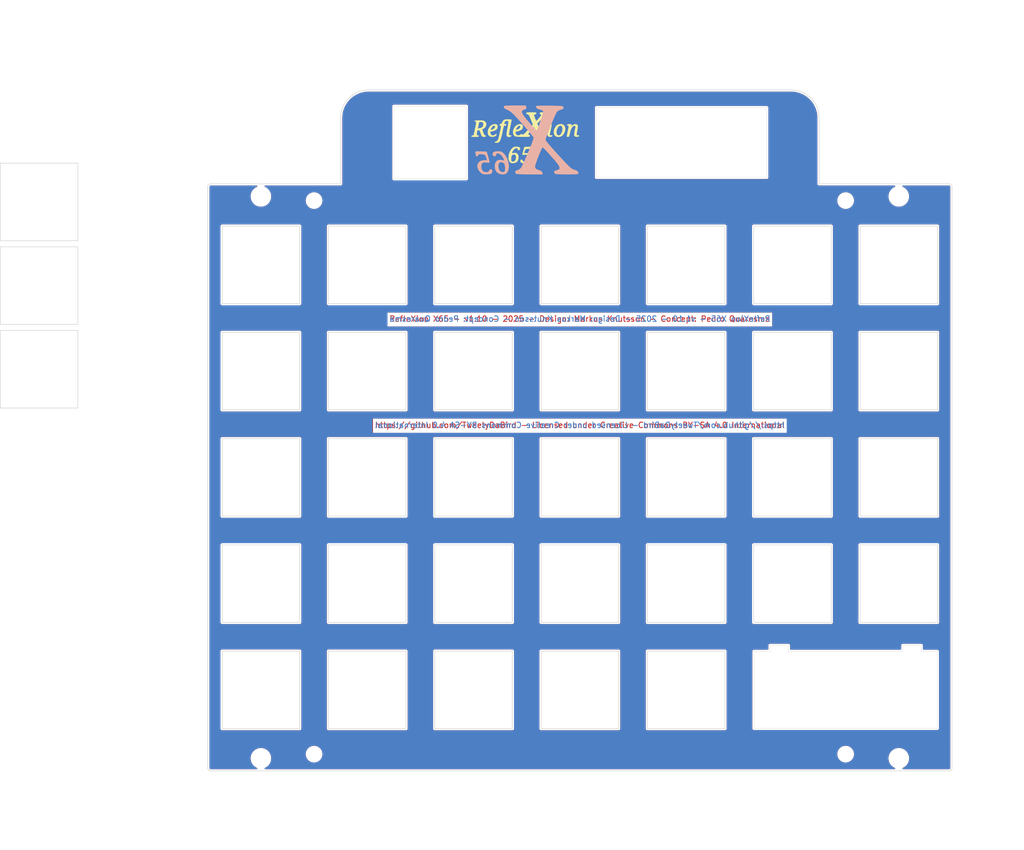
<source format=kicad_pcb>
(kicad_pcb (version 20241229) (generator "pcbnew") (generator_version "9.0")
  (title_block (title "RefleXion X65 - Full Plate") (date "2024-02-06") (rev "1.10") (company "Tweety's Wild Thinking") (comment 1 "Design: Markus Knutsson <markus.knutsson@tweety.se>") (comment 2 "Concept: Pedro Quaresma <pq@live.ie>") (comment 3 "https://github.com/TweetyDaBird") (comment 4 "Licensed under Creative Commons BY-SA 4.0 International"))
  (layers (0 "F.Cu" signal) (2 "B.Cu" signal) (13 "F.Paste" user) (15 "B.Paste" user) (5 "F.SilkS" user "F.Silkscreen") (7 "B.SilkS" user "B.Silkscreen") (1 "F.Mask" user) (3 "B.Mask" user) (25 "Edge.Cuts" user))
  (net 0 "")
  (footprint "Keyboard_Plate:Spacer Plate hole" (layer "F.Cu") (at 158.515 35.965)
    (property "Reference" "H3" (hide yes))
    (property "Value" "Spacer_PCB" (hide yes))
    (pad "" np_thru_hole circle (at 0 0) (size 2.5 2.5) (drill 2.5) (layers "*.Cu" "*.Mask"))
  )
  (footprint "Keyboard_Plate:SW_MX_Plate_Placeholder_nodrill_NOBORDER_13,9" (layer "F.Cu") (at 129.94 123.69)
    (property "Reference" "SW33" (hide yes))
    (property "Value" "SW_Push" (hide yes))
    (fp_line (start -6.95 -6.95) (end -6.95 6.95) (stroke (width 0.1)) (layer "Edge.Cuts"))
    (fp_line (start -6.95 6.95) (end 6.95 6.95) (stroke (width 0.1)) (layer "Edge.Cuts"))
    (fp_line (start 6.95 -6.95) (end -6.95 -6.95) (stroke (width 0.1)) (layer "Edge.Cuts"))
    (fp_line (start 6.95 6.95) (end 6.95 -6.95) (stroke (width 0.1)) (layer "Edge.Cuts"))
  )
  (footprint "MountingHole:MountingHole_3.2mm_M3" (layer "F.Cu") (at 53.74 135.965)
    (property "Reference" "H8" (hide yes))
    (property "Value" "MountingHole")
    (pad "" np_thru_hole circle (at 0 0) (size 3.2 3.2) (drill 3.2) (layers "*.Cu" "*.Mask"))
  )
  (footprint "Keyboard_Plate:SW_MX_Plate_Placeholder_nodrill_NOBORDER_13,9" (layer "F.Cu") (at 110.89 66.54)
    (property "Reference" "SW11" (hide yes))
    (property "Value" "SW_Push" (hide yes))
    (fp_line (start -6.95 -6.95) (end -6.95 6.95) (stroke (width 0.1)) (layer "Edge.Cuts"))
    (fp_line (start -6.95 6.95) (end 6.95 6.95) (stroke (width 0.1)) (layer "Edge.Cuts"))
    (fp_line (start 6.95 -6.95) (end -6.95 -6.95) (stroke (width 0.1)) (layer "Edge.Cuts"))
    (fp_line (start 6.95 6.95) (end 6.95 -6.95) (stroke (width 0.1)) (layer "Edge.Cuts"))
  )
  (footprint "Keyboard_Plate:SW_MX_Plate_Placeholder_nodrill_NOBORDER_13,9" (layer "F.Cu") (at 72.79 123.69)
    (property "Reference" "SW30" (hide yes))
    (property "Value" "SW_Push" (hide yes))
    (fp_line (start -6.95 -6.95) (end -6.95 6.95) (stroke (width 0.1)) (layer "Edge.Cuts"))
    (fp_line (start -6.95 6.95) (end 6.95 6.95) (stroke (width 0.1)) (layer "Edge.Cuts"))
    (fp_line (start 6.95 -6.95) (end -6.95 -6.95) (stroke (width 0.1)) (layer "Edge.Cuts"))
    (fp_line (start 6.95 6.95) (end 6.95 -6.95) (stroke (width 0.1)) (layer "Edge.Cuts"))
  )
  (footprint "Keyboard_Plate:SW_MX_Plate_Placeholder_nodrill_NOBORDER_13,9" (layer "F.Cu") (at 110.89 123.69)
    (property "Reference" "SW32" (hide yes))
    (property "Value" "SW_Push" (hide yes))
    (fp_line (start -6.95 -6.95) (end -6.95 6.95) (stroke (width 0.1)) (layer "Edge.Cuts"))
    (fp_line (start -6.95 6.95) (end 6.95 6.95) (stroke (width 0.1)) (layer "Edge.Cuts"))
    (fp_line (start 6.95 -6.95) (end -6.95 -6.95) (stroke (width 0.1)) (layer "Edge.Cuts"))
    (fp_line (start 6.95 6.95) (end 6.95 -6.95) (stroke (width 0.1)) (layer "Edge.Cuts"))
  )
  (footprint "Keyboard_Plate:SW_MX_Plate_Placeholder_nodrill_NOBORDER_13,9" (layer "F.Cu") (at 13.986736 51.203969)
    (property "Reference" "SW35" (hide yes))
    (property "Value" "SW_Push" (hide yes))
    (fp_line (start -6.95 -6.95) (end -6.95 6.95) (stroke (width 0.1)) (layer "Edge.Cuts"))
    (fp_line (start -6.95 6.95) (end 6.95 6.95) (stroke (width 0.1)) (layer "Edge.Cuts"))
    (fp_line (start 6.95 -6.95) (end -6.95 -6.95) (stroke (width 0.1)) (layer "Edge.Cuts"))
    (fp_line (start 6.95 6.95) (end 6.95 -6.95) (stroke (width 0.1)) (layer "Edge.Cuts"))
  )
  (footprint "Keyboard_Plate:SW_MX_Plate_Placeholder_nodrill_NOBORDER_13,9" (layer "F.Cu") (at 13.986736 66.203969)
    (property "Reference" "SW36" (hide yes))
    (property "Value" "SW_Push" (hide yes))
    (fp_line (start -6.95 -6.95) (end -6.95 6.95) (stroke (width 0.1)) (layer "Edge.Cuts"))
    (fp_line (start -6.95 6.95) (end 6.95 6.95) (stroke (width 0.1)) (layer "Edge.Cuts"))
    (fp_line (start 6.95 -6.95) (end -6.95 -6.95) (stroke (width 0.1)) (layer "Edge.Cuts"))
    (fp_line (start 6.95 6.95) (end 6.95 -6.95) (stroke (width 0.1)) (layer "Edge.Cuts"))
  )
  (footprint "Keyboard_Plate:SW_MX_Plate_Placeholder_nodrill_NOBORDER_13,9" (layer "F.Cu") (at 91.84 47.49)
    (property "Reference" "SW3" (hide yes))
    (property "Value" "SW_Push" (hide yes))
    (fp_line (start -6.95 -6.95) (end -6.95 6.95) (stroke (width 0.1)) (layer "Edge.Cuts"))
    (fp_line (start -6.95 6.95) (end 6.95 6.95) (stroke (width 0.1)) (layer "Edge.Cuts"))
    (fp_line (start 6.95 -6.95) (end -6.95 -6.95) (stroke (width 0.1)) (layer "Edge.Cuts"))
    (fp_line (start 6.95 6.95) (end 6.95 -6.95) (stroke (width 0.1)) (layer "Edge.Cuts"))
  )
  (footprint "Keyboard_Plate:Spacer Plate hole" (layer "F.Cu") (at 158.515 135.215)
    (property "Reference" "H4" (hide yes))
    (property "Value" "Spacer_PCB" (hide yes))
    (pad "" np_thru_hole circle (at 0 0) (size 2.5 2.5) (drill 2.5) (layers "*.Cu" "*.Mask"))
  )
  (footprint "Keyboard_Plate:SW_MX_Plate_Placeholder_nodrill_NOBORDER_13,9" (layer "F.Cu") (at 148.99 104.64)
    (property "Reference" "SW27" (hide yes))
    (property "Value" "SW_Push" (hide yes))
    (fp_line (start -6.95 -6.95) (end -6.95 6.95) (stroke (width 0.1)) (layer "Edge.Cuts"))
    (fp_line (start -6.95 6.95) (end 6.95 6.95) (stroke (width 0.1)) (layer "Edge.Cuts"))
    (fp_line (start 6.95 -6.95) (end -6.95 -6.95) (stroke (width 0.1)) (layer "Edge.Cuts"))
    (fp_line (start 6.95 6.95) (end 6.95 -6.95) (stroke (width 0.1)) (layer "Edge.Cuts"))
  )
  (footprint "Keyboard_Plate:SW_MX_Plate_Placeholder_nodrill_NOBORDER_13,9" (layer "F.Cu") (at 91.84 123.69)
    (property "Reference" "SW31" (hide yes))
    (property "Value" "SW_Push" (hide yes))
    (fp_line (start -6.95 -6.95) (end -6.95 6.95) (stroke (width 0.1)) (layer "Edge.Cuts"))
    (fp_line (start -6.95 6.95) (end 6.95 6.95) (stroke (width 0.1)) (layer "Edge.Cuts"))
    (fp_line (start 6.95 -6.95) (end -6.95 -6.95) (stroke (width 0.1)) (layer "Edge.Cuts"))
    (fp_line (start 6.95 6.95) (end 6.95 -6.95) (stroke (width 0.1)) (layer "Edge.Cuts"))
  )
  (footprint "Keyboard_Plate:SW_MX_Plate_Placeholder_nodrill_NOBORDER_13,9" (layer "F.Cu") (at 148.99 66.54)
    (property "Reference" "SW13" (hide yes))
    (property "Value" "SW_Push" (hide yes))
    (fp_line (start -6.95 -6.95) (end -6.95 6.95) (stroke (width 0.1)) (layer "Edge.Cuts"))
    (fp_line (start -6.95 6.95) (end 6.95 6.95) (stroke (width 0.1)) (layer "Edge.Cuts"))
    (fp_line (start 6.95 -6.95) (end -6.95 -6.95) (stroke (width 0.1)) (layer "Edge.Cuts"))
    (fp_line (start 6.95 6.95) (end 6.95 -6.95) (stroke (width 0.1)) (layer "Edge.Cuts"))
  )
  (footprint "Keyboard_Plate:SW_MX_Plate_Placeholder_nodrill_NOBORDER_13,9" (layer "F.Cu") (at 53.74 66.54)
    (property "Reference" "SW8" (hide yes))
    (property "Value" "SW_Push" (hide yes))
    (fp_line (start -6.95 -6.95) (end -6.95 6.95) (stroke (width 0.1)) (layer "Edge.Cuts"))
    (fp_line (start -6.95 6.95) (end 6.95 6.95) (stroke (width 0.1)) (layer "Edge.Cuts"))
    (fp_line (start 6.95 -6.95) (end -6.95 -6.95) (stroke (width 0.1)) (layer "Edge.Cuts"))
    (fp_line (start 6.95 6.95) (end 6.95 -6.95) (stroke (width 0.1)) (layer "Edge.Cuts"))
  )
  (footprint "Keyboard_Plate:SW_MX_Plate_Placeholder_nodrill_NOBORDER_13,9" (layer "F.Cu") (at 72.79 66.54)
    (property "Reference" "SW9" (hide yes))
    (property "Value" "SW_Push" (hide yes))
    (fp_line (start -6.95 -6.95) (end -6.95 6.95) (stroke (width 0.1)) (layer "Edge.Cuts"))
    (fp_line (start -6.95 6.95) (end 6.95 6.95) (stroke (width 0.1)) (layer "Edge.Cuts"))
    (fp_line (start 6.95 -6.95) (end -6.95 -6.95) (stroke (width 0.1)) (layer "Edge.Cuts"))
    (fp_line (start 6.95 6.95) (end 6.95 -6.95) (stroke (width 0.1)) (layer "Edge.Cuts"))
  )
  (footprint "Keyboard_Plate:SW_MX_Plate_Placeholder_nodrill_NOBORDER_13,9" (layer "F.Cu") (at 148.99 85.59)
    (property "Reference" "SW20" (hide yes))
    (property "Value" "SW_Push" (hide yes))
    (fp_line (start -6.95 -6.95) (end -6.95 6.95) (stroke (width 0.1)) (layer "Edge.Cuts"))
    (fp_line (start -6.95 6.95) (end 6.95 6.95) (stroke (width 0.1)) (layer "Edge.Cuts"))
    (fp_line (start 6.95 -6.95) (end -6.95 -6.95) (stroke (width 0.1)) (layer "Edge.Cuts"))
    (fp_line (start 6.95 6.95) (end 6.95 -6.95) (stroke (width 0.1)) (layer "Edge.Cuts"))
  )
  (footprint "Keyboard_Plate:SW_MX_Plate_Placeholder_nodrill_NOBORDER_13,9" (layer "F.Cu") (at 110.89 85.59)
    (property "Reference" "SW18" (hide yes))
    (property "Value" "SW_Push" (hide yes))
    (fp_line (start -6.95 -6.95) (end -6.95 6.95) (stroke (width 0.1)) (layer "Edge.Cuts"))
    (fp_line (start -6.95 6.95) (end 6.95 6.95) (stroke (width 0.1)) (layer "Edge.Cuts"))
    (fp_line (start 6.95 -6.95) (end -6.95 -6.95) (stroke (width 0.1)) (layer "Edge.Cuts"))
    (fp_line (start 6.95 6.95) (end 6.95 -6.95) (stroke (width 0.1)) (layer "Edge.Cuts"))
  )
  (footprint "Keyboard_Plate:SW_MX_Plate_Placeholder_nodrill_NOBORDER_13,9" (layer "F.Cu") (at 129.94 66.54)
    (property "Reference" "SW12" (hide yes))
    (property "Value" "SW_Push" (hide yes))
    (fp_line (start -6.95 -6.95) (end -6.95 6.95) (stroke (width 0.1)) (layer "Edge.Cuts"))
    (fp_line (start -6.95 6.95) (end 6.95 6.95) (stroke (width 0.1)) (layer "Edge.Cuts"))
    (fp_line (start 6.95 -6.95) (end -6.95 -6.95) (stroke (width 0.1)) (layer "Edge.Cuts"))
    (fp_line (start 6.95 6.95) (end 6.95 -6.95) (stroke (width 0.1)) (layer "Edge.Cuts"))
  )
  (footprint "Keyboard_Plate:Spacer Plate hole" (layer "F.Cu") (at 63.265 35.965)
    (property "Reference" "H1" (hide yes))
    (property "Value" "Spacer_PCB" (hide yes))
    (pad "" np_thru_hole circle (at 0 0) (size 2.5 2.5) (drill 2.5) (layers "*.Cu" "*.Mask"))
  )
  (footprint "Keyboard_Plate:SW_MX_Plate_Placeholder_nodrill_NOBORDER_13,9" (layer "F.Cu") (at 110.89 47.49)
    (property "Reference" "SW4" (hide yes))
    (property "Value" "SW_Push" (hide yes))
    (fp_line (start -6.95 -6.95) (end -6.95 6.95) (stroke (width 0.1)) (layer "Edge.Cuts"))
    (fp_line (start -6.95 6.95) (end 6.95 6.95) (stroke (width 0.1)) (layer "Edge.Cuts"))
    (fp_line (start 6.95 -6.95) (end -6.95 -6.95) (stroke (width 0.1)) (layer "Edge.Cuts"))
    (fp_line (start 6.95 6.95) (end 6.95 -6.95) (stroke (width 0.1)) (layer "Edge.Cuts"))
  )
  (footprint "Logotypes:RefleXion 652" (layer "F.Cu") (at 100.99164 24.554597)
    (property "Reference" "Logo2" (hide yes))
    (property "Value" "RoHS_Logo" (hide yes))
    (fp_poly (pts (xy 4.948081 -3.133288) (xy 5.0023 -2.972048) (xy 5.003031 -2.93447) (xy 4.962526 -2.750599) (xy 4.806804 -2.694622) (xy 4.772794 -2.69394) (xy 4.578038 -2.7384) (xy 4.49833 -2.814205) (xy 4.491573 -3.033008) (xy 4.642838 -3.157833) (xy 4.770519 -3.175)) (fill yes) (layer "F.SilkS"))
    (fp_poly (pts (xy 4.740527 -2.300615) (xy 4.858043 -2.258326) (xy 4.87317 -2.156938) (xy 4.860252 -2.092614) (xy 4.791011 -1.779664) (xy 4.713299 -1.406547) (xy 4.637401 -1.025702) (xy 4.573598 -0.689571) (xy 4.532173 -0.450594) (xy 4.52197 -0.367342) (xy 4.6018 -0.307246) (xy 4.7625 -0.312183) (xy 4.955177 -0.309011) (xy 5.003031 -0.237482) (xy 4.923011 -0.094407) (xy 4.728013 -0.016196) (xy 4.485625 -0.006921) (xy 4.263439 -0.070655) (xy 4.140808 -0.185536) (xy 4.097992 -0.371952) (xy 4.113971 -0.682817) (xy 4.185514 -1.123604) (xy 4.264444 -1.539563) (xy 4.3081 -1.801788) (xy 4.316471 -1.94571) (xy 4.289546 -2.006761) (xy 4.227312 -2.02037) (xy 4.185229 -2.020455) (xy 4.057674 -2.097469) (xy 4.040909 -2.164773) (xy 4.097346 -2.259714) (xy 4.2894 -2.303094) (xy 4.475697 -2.309091)) (fill yes) (layer "F.SilkS"))
    (fp_poly (pts (xy 6.786528 -2.274354) (xy 7.073144 -2.100694) (xy 7.112714 -2.055586) (xy 7.274499 -1.70462) (xy 7.295062 -1.283918) (xy 7.183754 -0.843557) (xy 6.949925 -0.433613) (xy 6.773785 -0.240458) (xy 6.454628 -0.050163) (xy 6.082415 0.018209) (xy 5.721049 -0.034737) (xy 5.434432 -0.208397) (xy 5.394862 -0.253506) (xy 5.233077 -0.604471) (xy 5.212514 -1.025173) (xy 5.212605 -1.025532) (xy 5.729648 -1.025533) (xy 5.732361 -0.678482) (xy 5.770926 -0.533905) (xy 5.926191 -0.335834) (xy 6.147282 -0.287079) (xy 6.378018 -0.388154) (xy 6.50189 -0.52722) (xy 6.682561 -0.891695) (xy 6.770574 -1.262329) (xy 6.768632 -1.598401) (xy 6.67944 -1.859193) (xy 6.505702 -2.003986) (xy 6.402706 -2.020455) (xy 6.175224 -1.932761) (xy 5.972764 -1.703695) (xy 5.817011 -1.384277) (xy 5.729648 -1.025533) (xy 5.212605 -1.025532) (xy 5.323823 -1.465534) (xy 5.557651 -1.875478) (xy 5.733791 -2.068633) (xy 6.052948 -2.258928) (xy 6.425161 -2.327301)) (fill yes) (layer "F.SilkS"))
    (fp_poly (pts (xy -5.12861 -2.30001) (xy -4.92606 -2.193635) (xy -4.82404 -1.97241) (xy -4.831767 -1.685259) (xy -4.941939 -1.418986) (xy -4.996783 -1.353217) (xy -5.220077 -1.204994) (xy -5.543199 -1.069051) (xy -5.874815 -0.97967) (xy -6.03731 -0.962658) (xy -6.138601 -0.920377) (xy -6.140471 -0.772806) (xy -6.063745 -0.53543) (xy -5.933852 -0.344767) (xy -5.705337 -0.288736) (xy -5.690677 -0.288636) (xy -5.445801 -0.335685) (xy -5.291665 -0.432955) (xy -5.134643 -0.561808) (xy -5.026888 -0.542688) (xy -5.00303 -0.447867) (xy -5.088029 -0.244903) (xy -5.307481 -0.096157) (xy -5.608081 -0.01376) (xy -5.936516 -0.009845) (xy -6.239479 -0.096541) (xy -6.324751 -0.147084) (xy -6.532569 -0.400845) (xy -6.619 -0.751747) (xy -6.589638 -1.15235) (xy -6.527428 -1.331924) (xy -6.061005 -1.331924) (xy -5.988648 -1.296174) (xy -5.815979 -1.332545) (xy -5.610943 -1.419799) (xy -5.460038 -1.519768) (xy -5.3185 -1.711679) (xy -5.301276 -1.893905) (xy -5.405365 -2.007443) (xy -5.485505 -2.020455) (xy -5.641063 -1.945189) (xy -5.825773 -1.763775) (xy -5.983984 -1.542801) (xy -6.060042 -1.348848) (xy -6.061005 -1.331924) (xy -6.527428 -1.331924) (xy -6.450074 -1.555215) (xy -6.205904 -1.912903) (xy -6.104933 -2.011531) (xy -5.789033 -2.211095) (xy -5.443403 -2.310373)) (fill yes) (layer "F.SilkS"))
    (fp_poly (pts (xy 1.310127 1.745864) (xy 1.411112 1.780093) (xy 1.42922 1.852514) (xy 1.408728 1.944026) (xy 1.360904 2.168892) (xy 1.348284 2.285038) (xy 1.269472 2.391612) (xy 1.202651 2.405303) (xy 1.076354 2.327875) (xy 1.058334 2.255713) (xy 1.016931 2.164135) (xy 0.864743 2.128975) (xy 0.610504 2.135448) (xy 0.332028 2.165601) (xy 0.178756 2.238999) (xy 0.083487 2.401458) (xy 0.038268 2.525568) (xy -0.086139 2.886364) (xy 0.325008 2.886364) (xy 0.718988 2.961311) (xy 0.996961 3.161974) (xy 1.146787 3.452085) (xy 1.156324 3.795377) (xy 1.013433 4.155581) (xy 0.827425 4.387273) (xy 0.607667 4.58343) (xy 0.404212 4.680707) (xy 0.130585 4.712517) (xy -0.019242 4.714394) (xy -0.332507 4.694144) (xy -0.572824 4.642235) (xy -0.654242 4.598939) (xy -0.74745 4.414639) (xy -0.769697 4.262196) (xy -0.705555 4.089454) (xy -0.563182 4.03825) (xy -0.417658 4.113836) (xy -0.356971 4.233333) (xy -0.231701 4.379101) (xy 0.003253 4.428617) (xy 0.286674 4.374061) (xy 0.387033 4.328376) (xy 0.54392 4.14986) (xy 0.632502 3.866975) (xy 0.636868 3.560502) (xy 0.576572 3.366114) (xy 0.475686 3.232786) (xy 0.323525 3.183833) (xy 0.052792 3.198256) (xy 0.042388 3.19942) (xy -0.22131 3.21953) (xy -0.391922 3.214558) (xy -0.418944 3.205046) (xy -0.413037 3.099812) (xy -0.35934 2.859662) (xy -0.268942 2.532877) (xy -0.250558 2.471647) (xy -0.040496 1.779924) (xy 0.713681 1.751602) (xy 1.089804 1.739732)) (fill yes) (layer "F.SilkS"))
    (fp_poly (pts (xy -1.07053 1.775704) (xy -0.840925 1.908117) (xy -0.779335 2.130187) (xy -0.786789 2.184204) (xy -0.897361 2.333336) (xy -1.035263 2.387941) (xy -1.204191 2.369377) (xy -1.250757 2.220455) (xy -1.250757 2.21957) (xy -1.307281 2.047413) (xy -1.45297 2.003163) (xy -1.651999 2.068422) (xy -1.868542 2.224793) (xy -2.066775 2.453882) (xy -2.199897 2.70697) (xy -2.254141 2.871998) (xy -2.215477 2.92224) (xy -2.0442 2.883107) (xy -1.963267 2.858429) (xy -1.606113 2.83174) (xy -1.318438 2.971229) (xy -1.130511 3.254682) (xy -1.07584 3.509624) (xy -1.106321 3.99774) (xy -1.280834 4.370526) (xy -1.587406 4.613659) (xy -2.014063 4.712816) (xy -2.082985 4.714394) (xy -2.385602 4.684339) (xy -2.588689 4.569882) (xy -2.686956 4.460889) (xy -2.852119 4.10839) (xy -2.860444 4.030911) (xy -2.394872 4.030911) (xy -2.377346 4.250014) (xy -2.366286 4.292446) (xy -2.235952 4.406896) (xy -2.024689 4.414926) (xy -1.805741 4.325245) (xy -1.689167 4.211926) (xy -1.587339 3.969934) (xy -1.539847 3.666727) (xy -1.539394 3.638038) (xy -1.596187 3.321398) (xy -1.756606 3.158461) (xy -2.005711 3.160254) (xy -2.122759 3.20753) (xy -2.283496 3.332248) (xy -2.363638 3.540169) (xy -2.38732 3.741477) (xy -2.394872 4.030911) (xy -2.860444 4.030911) (xy -2.900303 3.659969) (xy -2.839668 3.165879) (xy -2.678371 2.676373) (xy -2.424573 2.241705) (xy -2.303529 2.099211) (xy -2.072076 1.877902) (xy -1.871709 1.769051) (xy -1.614504 1.733915) (xy -1.469859 1.731818)) (fill yes) (layer "F.SilkS"))
    (fp_poly (pts (xy 9.353302 -2.266293) (xy 9.50413 -2.123375) (xy 9.554621 -1.858546) (xy 9.512488 -1.450018) (xy 9.47173 -1.242913) (xy 9.382275 -0.801029) (xy 9.342377 -0.516636) (xy 9.353695 -0.360858) (xy 9.417887 -0.304819) (xy 9.524904 -0.316489) (xy 9.707511 -0.313735) (xy 9.791681 -0.226795) (xy 9.735715 -0.108609) (xy 9.705698 -0.086929) (xy 9.454626 -0.008503) (xy 9.173538 -0.025954) (xy 8.959787 -0.131478) (xy 8.944742 -0.147915) (xy 8.884883 -0.264729) (xy 8.871217 -0.446514) (xy 8.903795 -0.740101) (xy 8.945625 -0.989771) (xy 9.012347 -1.346613) (xy 9.072044 -1.635232) (xy 9.112589 -1.797285) (xy 9.114692 -1.803165) (xy 9.077821 -1.930527) (xy 8.990784 -1.987599) (xy 8.793406 -1.969236) (xy 8.584905 -1.796502) (xy 8.390955 -1.503902) (xy 8.237234 -1.125936) (xy 8.17988 -0.89793) (xy 8.09456 -0.481593) (xy 8.027304 -0.219009) (xy 7.960658 -0.07481) (xy 7.877169 -0.013631) (xy 7.759384 -0.000105) (xy 7.736759 0) (xy 7.566707 -0.030121) (xy 7.539116 -0.155597) (xy 7.551111 -0.216477) (xy 7.616858 -0.513688) (xy 7.69266 -0.876722) (xy 7.768136 -1.252983) (xy 7.832906 -1.589872) (xy 7.876589 -1.834791) (xy 7.889394 -1.930532) (xy 7.811372 -2.01034) (xy 7.745076 -2.020455) (xy 7.617521 -2.097469) (xy 7.600758 -2.164773) (xy 7.656638 -2.259262) (xy 7.847172 -2.302767) (xy 8.040196 -2.309091) (xy 8.30607 -2.300867) (xy 8.422469 -2.260862) (xy 8.432144 -2.166079) (xy 8.415546 -2.107169) (xy 8.351459 -1.905246) (xy 8.553381 -2.107169) (xy 8.851072 -2.276059) (xy 9.094427 -2.309091)) (fill yes) (layer "F.SilkS"))
    (fp_poly (pts (xy -2.62831 -3.162058) (xy -2.39452 -3.12758) (xy -2.309091 -3.079142) (xy -2.328113 -2.95223) (xy -2.379893 -2.677765) (xy -2.456502 -2.29627) (xy -2.549126 -1.852438) (xy -2.669645 -1.270446) (xy -2.746493 -0.85094) (xy -2.780207 -0.569127) (xy -2.771323 -0.400215) (xy -2.72038 -0.319414) (xy -2.627914 -0.30193) (xy -2.582617 -0.306643) (xy -2.39086 -0.283787) (xy -2.34062 -0.184583) (xy -2.444435 -0.075483) (xy -2.533 -0.043682) (xy -2.846409 0.009458) (xy -3.065495 -0.025034) (xy -3.196452 -0.164971) (xy -3.245478 -0.428167) (xy -3.218769 -0.832435) (xy -3.12252 -1.39559) (xy -3.078257 -1.611267) (xy -2.996213 -2.036252) (xy -2.940081 -2.399429) (xy -2.916197 -2.654632) (xy -2.922597 -2.745801) (xy -3.054914 -2.87446) (xy -3.256201 -2.885139) (xy -3.453628 -2.789929) (xy -3.562229 -2.63957) (xy -3.638026 -2.421773) (xy -3.622476 -2.329802) (xy -3.491981 -2.30938) (xy -3.41855 -2.309091) (xy -3.247866 -2.275819) (xy -3.236419 -2.164773) (xy -3.365845 -2.050148) (xy -3.508544 -2.020455) (xy -3.605123 -2.005974) (xy -3.680097 -1.941225) (xy -3.746255 -1.794243) (xy -3.816386 -1.533066) (xy -3.903278 -1.125729) (xy -3.940282 -0.941381) (xy -4.090486 -0.245925) (xy -4.231327 0.27598) (xy -4.369334 0.642547) (xy -4.511034 0.871994) (xy -4.623426 0.964928) (xy -4.837561 1.036421) (xy -5.07559 1.058965) (xy -5.273253 1.034888) (xy -5.36629 0.966522) (xy -5.364307 0.938068) (xy -5.247608 0.828997) (xy -5.115548 0.787031) (xy -4.979816 0.74437) (xy -4.868348 0.642677) (xy -4.769342 0.454381) (xy -4.670997 0.151913) (xy -4.561508 -0.292299) (xy -4.465976 -0.730358) (xy -4.357686 -1.244714) (xy -4.287168 -1.600164) (xy -4.252409 -1.826069) (xy -4.251402 -1.951788) (xy -4.282134 -2.006683) (xy -4.342597 -2.020115) (xy -4.377651 -2.020455) (xy -4.505206 -2.097469) (xy -4.521969 -2.164773) (xy -4.442264 -2.283041) (xy -4.336029 -2.30909) (xy -4.158514 -2.394087) (xy -4.08444 -2.525568) (xy -3.96973 -2.758477) (xy -3.820655 -2.958523) (xy -3.682288 -3.077673) (xy -3.504623 -3.14369) (xy -3.230443 -3.171064) (xy -2.965804 -3.175)) (fill yes) (layer "F.SilkS"))
    (fp_poly (pts (xy -7.711002 -2.977285) (xy -7.443693 -2.953823) (xy -7.26721 -2.900807) (xy -7.130809 -2.806854) (xy -7.067218 -2.746419) (xy -6.904532 -2.527939) (xy -6.831376 -2.319436) (xy -6.83106 -2.308686) (xy -6.896813 -1.997092) (xy -7.06309 -1.7083) (xy -7.283421 -1.513998) (xy -7.367715 -1.480811) (xy -7.539148 -1.394055) (xy -7.565252 -1.297008) (xy -7.509836 -1.133293) (xy -7.427196 -0.869549) (xy -7.395744 -0.765617) (xy -7.274326 -0.481346) (xy -7.130803 -0.323691) (xy -7.100245 -0.311428) (xy -6.938082 -0.221538) (xy -6.936242 -0.111277) (xy -7.073517 -0.024099) (xy -7.252234 0) (xy -7.491415 -0.023784) (xy -7.656407 -0.120374) (xy -7.781918 -0.327632) (xy -7.902659 -0.683417) (xy -7.913776 -0.721591) (xy -8.030942 -1.040175) (xy -8.160192 -1.199551) (xy -8.246739 -1.23169) (xy -8.395212 -1.206845) (xy -8.480548 -1.046303) (xy -8.501749 -0.95508) (xy -8.557466 -0.597346) (xy -8.543156 -0.389375) (xy -8.452558 -0.299376) (xy -8.370454 -0.288636) (xy -8.213745 -0.228478) (xy -8.17803 -0.144318) (xy -8.215935 -0.068057) (xy -8.352873 -0.02336) (xy -8.623681 -0.003228) (xy -8.896601 0) (xy -9.266147 -0.005925) (xy -9.47696 -0.028553) (xy -9.562507 -0.075168) (xy -9.559793 -0.144318) (xy -9.428587 -0.266003) (xy -9.322282 -0.288636) (xy -9.171322 -0.303466) (xy -9.140151 -0.322169) (xy -9.120609 -0.423684) (xy -9.067465 -0.674686) (xy -8.988949 -1.036844) (xy -8.897902 -1.450953) (xy -8.851382 -1.671412) (xy -8.340382 -1.671412) (xy -8.320518 -1.561764) (xy -8.141301 -1.552901) (xy -7.807436 -1.645054) (xy -7.806959 -1.64522) (xy -7.5377 -1.822256) (xy -7.417761 -2.116634) (xy -7.424412 -2.419569) (xy -7.485395 -2.578753) (xy -7.646424 -2.65437) (xy -7.805545 -2.674997) (xy -8.017584 -2.683774) (xy -8.128937 -2.632168) (xy -8.186334 -2.472935) (xy -8.222185 -2.253795) (xy -8.273062 -1.956188) (xy -8.323032 -1.728163) (xy -8.340382 -1.671412) (xy -8.851382 -1.671412) (xy -8.785634 -1.982994) (xy -8.723386 -2.355781) (xy -8.711244 -2.595894) (xy -8.749296 -2.729911) (xy -8.837628 -2.784411) (xy -8.902279 -2.790152) (xy -9.004184 -2.836046) (xy -8.995833 -2.886364) (xy -8.878535 -2.930191) (xy -8.617464 -2.963563) (xy -8.261212 -2.981141) (xy -8.119872 -2.982576)) (fill yes) (layer "F.SilkS"))
    (fp_poly (pts (xy 3.858711 -4.418934) (xy 4.095806 -4.39421) (xy 4.209019 -4.345204) (xy 4.233334 -4.281715) (xy 4.153336 -4.146587) (xy 3.960237 -4.019941) (xy 3.953811 -4.017132) (xy 3.771978 -3.896906) (xy 3.504442 -3.668764) (xy 3.192376 -3.369465) (xy 2.975088 -3.143346) (xy 2.275886 -2.390101) (xy 2.657032 -1.459634) (xy 2.879545 -0.954864) (xy 3.06396 -0.623658) (xy 3.217995 -0.452688) (xy 3.250906 -0.434193) (xy 3.416203 -0.297248) (xy 3.463637 -0.16961) (xy 3.443558 -0.09052) (xy 3.36012 -0.040442) (xy 3.178524 -0.012968) (xy 2.863968 -0.00169) (xy 2.542566 0) (xy 2.115293 -0.003357) (xy 1.846807 -0.017672) (xy 1.703526 -0.049303) (xy 1.651864 -0.104611) (xy 1.653588 -0.168371) (xy 1.763389 -0.313797) (xy 1.901173 -0.367487) (xy 2.041177 -0.409819) (xy 2.100799 -0.508247) (xy 2.080182 -0.697067) (xy 1.979473 -1.010577) (xy 1.904736 -1.210168) (xy 1.692808 -1.763974) (xy 1.183147 -1.203154) (xy 0.871621 -0.83597) (xy 0.708655 -0.581359) (xy 0.691456 -0.43307) (xy 0.817234 -0.384849) (xy 0.817803 -0.384849) (xy 0.935346 -0.304693) (xy 0.962122 -0.192967) (xy 0.951795 -0.115575) (xy 0.900644 -0.06255) (xy 0.778415 -0.029498) (xy 0.554849 -0.012023) (xy 0.199693 -0.005733) (xy -0.317311 -0.006233) (xy -0.323494 -0.006258) (xy -0.902533 -0.014573) (xy -1.317924 -0.035997) (xy -1.598166 -0.073337) (xy -1.771759 -0.1294) (xy -1.810941 -0.152799) (xy -2.014303 -0.403472) (xy -2.097791 -0.752115) (xy -2.067258 -1.151024) (xy -2.004759 -1.331924) (xy -1.539034 -1.331924) (xy -1.466678 -1.296173) (xy -1.294009 -1.332545) (xy -1.088973 -1.419799) (xy -0.938068 -1.519768) (xy -0.79653 -1.711679) (xy -0.779306 -1.893906) (xy -0.883395 -2.007443) (xy -0.963536 -2.020455) (xy -1.119093 -1.945188) (xy -1.303803 -1.763775) (xy -1.462014 -1.542801) (xy -1.538073 -1.348848) (xy -1.539034 -1.331924) (xy -2.004759 -1.331924) (xy -1.928554 -1.552497) (xy -1.68753 -1.908831) (xy -1.582963 -2.011531) (xy -1.267063 -2.211095) (xy -0.921434 -2.310373) (xy -0.606641 -2.30001) (xy -0.404091 -2.193635) (xy -0.30207 -1.97241) (xy -0.309798 -1.685259) (xy -0.419969 -1.418987) (xy -0.474813 -1.353216) (xy -0.698107 -1.204994) (xy -1.021229 -1.069051) (xy -1.352845 -0.97967) (xy -1.515341 -0.962658) (xy -1.616632 -0.920377) (xy -1.618501 -0.772805) (xy -1.541775 -0.53543) (xy -1.382003 -0.343765) (xy -1.136862 -0.285601) (xy -0.865187 -0.367029) (xy -0.747345 -0.453182) (xy -0.597157 -0.557231) (xy -0.504235 -0.516154) (xy -0.487422 -0.491354) (xy -0.400098 -0.422194) (xy -0.266726 -0.449437) (xy -0.070402 -0.585703) (xy 0.205781 -0.843605) (xy 0.578729 -1.235757) (xy 0.725726 -1.396566) (xy 1.474674 -2.221519) (xy 1.154214 -3.010949) (xy 0.96901 -3.456819) (xy 0.83113 -3.752558) (xy 0.720545 -3.928288) (xy 0.617223 -4.014129) (xy 0.501134 -4.040199) (xy 0.46928 -4.040909) (xy 0.31715 -4.114421) (xy 0.288637 -4.233333) (xy 0.302439 -4.322768) (xy 0.36764 -4.379213) (xy 0.519936 -4.410182) (xy 0.79502 -4.423191) (xy 1.202652 -4.425758) (xy 1.627466 -4.422852) (xy 1.895579 -4.409125) (xy 2.042684 -4.377063) (xy 2.104476 -4.31915) (xy 2.116667 -4.233333) (xy 2.047713 -4.071093) (xy 1.940278 -4.040909) (xy 1.764486 -4.01593) (xy 1.712169 -3.989188) (xy 1.714625 -3.880702) (xy 1.772185 -3.661021) (xy 1.862798 -3.391467) (xy 1.96441 -3.133365) (xy 2.054968 -2.948038) (xy 2.106209 -2.893447) (xy 2.203626 -2.968307) (xy 2.374781 -3.148854) (xy 2.578964 -3.386088) (xy 2.775466 -3.631008) (xy 2.923571 -3.834616) (xy 2.982573 -3.947909) (xy 2.982576 -3.948257) (xy 2.904595 -4.030474) (xy 2.838258 -4.040909) (xy 2.720726 -4.121121) (xy 2.69394 -4.233333) (xy 2.710009 -4.329207) (xy 2.784021 -4.386667) (xy 2.954683 -4.415389) (xy 3.2607 -4.42505) (xy 3.463637 -4.425758)) (fill yes) (layer "F.SilkS"))
  )
  (footprint "Keyboard_Plate:SW_MX_Plate_Placeholder_nodrill_NOBORDER_13,9" (layer "F.Cu") (at 72.79 85.59)
    (property "Reference" "SW16" (hide yes))
    (property "Value" "SW_Push" (hide yes))
    (fp_line (start -6.95 -6.95) (end -6.95 6.95) (stroke (width 0.1)) (layer "Edge.Cuts"))
    (fp_line (start -6.95 6.95) (end 6.95 6.95) (stroke (width 0.1)) (layer "Edge.Cuts"))
    (fp_line (start 6.95 -6.95) (end -6.95 -6.95) (stroke (width 0.1)) (layer "Edge.Cuts"))
    (fp_line (start 6.95 6.95) (end 6.95 -6.95) (stroke (width 0.1)) (layer "Edge.Cuts"))
  )
  (footprint "MountingHole:MountingHole_3.2mm_M3" (layer "F.Cu") (at 168.04 35.215)
    (property "Reference" "H6" (hide yes))
    (property "Value" "MountingHole")
    (pad "" np_thru_hole circle (at 0 0) (size 3.2 3.2) (drill 3.2) (layers "*.Cu" "*.Mask"))
  )
  (footprint "Keyboard_Plate:SW_MX_Plate_Placeholder_nodrill_NOBORDER_13,9" (layer "F.Cu") (at 91.84 85.59)
    (property "Reference" "SW17" (hide yes))
    (property "Value" "SW_Push" (hide yes))
    (fp_line (start -6.95 -6.95) (end -6.95 6.95) (stroke (width 0.1)) (layer "Edge.Cuts"))
    (fp_line (start -6.95 6.95) (end 6.95 6.95) (stroke (width 0.1)) (layer "Edge.Cuts"))
    (fp_line (start 6.95 -6.95) (end -6.95 -6.95) (stroke (width 0.1)) (layer "Edge.Cuts"))
    (fp_line (start 6.95 6.95) (end 6.95 -6.95) (stroke (width 0.1)) (layer "Edge.Cuts"))
  )
  (footprint "Keyboard_Plate:SW_MX_Plate_Placeholder_nodrill_NOBORDER_13,9" (layer "F.Cu") (at 53.74 85.59)
    (property "Reference" "SW15" (hide yes))
    (property "Value" "SW_Push" (hide yes))
    (fp_line (start -6.95 -6.95) (end -6.95 6.95) (stroke (width 0.1)) (layer "Edge.Cuts"))
    (fp_line (start -6.95 6.95) (end 6.95 6.95) (stroke (width 0.1)) (layer "Edge.Cuts"))
    (fp_line (start 6.95 -6.95) (end -6.95 -6.95) (stroke (width 0.1)) (layer "Edge.Cuts"))
    (fp_line (start 6.95 6.95) (end 6.95 -6.95) (stroke (width 0.1)) (layer "Edge.Cuts"))
  )
  (footprint "MountingHole:MountingHole_3.2mm_M3" (layer "F.Cu") (at 53.74 35.215)
    (property "Reference" "H5" (hide yes))
    (property "Value" "MountingHole")
    (pad "" np_thru_hole circle (at 0 0) (size 3.2 3.2) (drill 3.2) (layers "*.Cu" "*.Mask"))
  )
  (footprint "Keyboard_Plate:SW_MX_Plate_Placeholder_nodrill_NOBORDER_13,9" (layer "F.Cu") (at 168.04 104.64)
    (property "Reference" "SW28" (hide yes))
    (property "Value" "SW_Push" (hide yes))
    (fp_line (start -6.95 -6.95) (end -6.95 6.95) (stroke (width 0.1)) (layer "Edge.Cuts"))
    (fp_line (start -6.95 6.95) (end 6.95 6.95) (stroke (width 0.1)) (layer "Edge.Cuts"))
    (fp_line (start 6.95 -6.95) (end -6.95 -6.95) (stroke (width 0.1)) (layer "Edge.Cuts"))
    (fp_line (start 6.95 6.95) (end 6.95 -6.95) (stroke (width 0.1)) (layer "Edge.Cuts"))
  )
  (footprint "Keyboard_Plate:SW_MX_Plate_Placeholder_nodrill_NOBORDER_13,9" (layer "F.Cu") (at 72.79 104.64)
    (property "Reference" "SW23" (hide yes))
    (property "Value" "SW_Push" (hide yes))
    (fp_line (start -6.95 -6.95) (end -6.95 6.95) (stroke (width 0.1)) (layer "Edge.Cuts"))
    (fp_line (start -6.95 6.95) (end 6.95 6.95) (stroke (width 0.1)) (layer "Edge.Cuts"))
    (fp_line (start 6.95 -6.95) (end -6.95 -6.95) (stroke (width 0.1)) (layer "Edge.Cuts"))
    (fp_line (start 6.95 6.95) (end 6.95 -6.95) (stroke (width 0.1)) (layer "Edge.Cuts"))
  )
  (footprint "MountingHole:MountingHole_3.2mm_M3" (layer "F.Cu") (at 168.04 135.965)
    (property "Reference" "H7" (hide yes))
    (property "Value" "MountingHole")
    (pad "" np_thru_hole circle (at 0 0) (size 3.2 3.2) (drill 3.2) (layers "*.Cu" "*.Mask"))
  )
  (footprint "Keyboard_Plate:SW_MX_Plate_Placeholder_nodrill_NOBORDER_13,9" (layer "F.Cu") (at 168.04 66.54)
    (property "Reference" "SW14" (hide yes))
    (property "Value" "SW_Push" (hide yes))
    (fp_line (start -6.95 -6.95) (end -6.95 6.95) (stroke (width 0.1)) (layer "Edge.Cuts"))
    (fp_line (start -6.95 6.95) (end 6.95 6.95) (stroke (width 0.1)) (layer "Edge.Cuts"))
    (fp_line (start 6.95 -6.95) (end -6.95 -6.95) (stroke (width 0.1)) (layer "Edge.Cuts"))
    (fp_line (start 6.95 6.95) (end 6.95 -6.95) (stroke (width 0.1)) (layer "Edge.Cuts"))
  )
  (footprint "Keyboard_Plate:SW_MX_Plate_Placeholder_nodrill_NOBORDER_13,9" (layer "F.Cu") (at 129.94 85.59)
    (property "Reference" "SW19" (hide yes))
    (property "Value" "SW_Push" (hide yes))
    (fp_line (start -6.95 -6.95) (end -6.95 6.95) (stroke (width 0.1)) (layer "Edge.Cuts"))
    (fp_line (start -6.95 6.95) (end 6.95 6.95) (stroke (width 0.1)) (layer "Edge.Cuts"))
    (fp_line (start 6.95 -6.95) (end -6.95 -6.95) (stroke (width 0.1)) (layer "Edge.Cuts"))
    (fp_line (start 6.95 6.95) (end 6.95 -6.95) (stroke (width 0.1)) (layer "Edge.Cuts"))
  )
  (footprint "Keyboard_Plate:SW_MX_Plate_Placeholder_nodrill_NOBORDER_13,9" (layer "F.Cu") (at 72.79 47.49)
    (property "Reference" "SW2" (hide yes))
    (property "Value" "SW_Push" (hide yes))
    (fp_line (start -6.95 -6.95) (end -6.95 6.95) (stroke (width 0.1)) (layer "Edge.Cuts"))
    (fp_line (start -6.95 6.95) (end 6.95 6.95) (stroke (width 0.1)) (layer "Edge.Cuts"))
    (fp_line (start 6.95 -6.95) (end -6.95 -6.95) (stroke (width 0.1)) (layer "Edge.Cuts"))
    (fp_line (start 6.95 6.95) (end 6.95 -6.95) (stroke (width 0.1)) (layer "Edge.Cuts"))
  )
  (footprint "Keyboard_Plate:SW_MX_Plate_Placeholder_nodrill_NOBORDER_13,9" (layer "F.Cu") (at 110.89 104.64)
    (property "Reference" "SW25" (hide yes))
    (property "Value" "SW_Push" (hide yes))
    (fp_line (start -6.95 -6.95) (end -6.95 6.95) (stroke (width 0.1)) (layer "Edge.Cuts"))
    (fp_line (start -6.95 6.95) (end 6.95 6.95) (stroke (width 0.1)) (layer "Edge.Cuts"))
    (fp_line (start 6.95 -6.95) (end -6.95 -6.95) (stroke (width 0.1)) (layer "Edge.Cuts"))
    (fp_line (start 6.95 6.95) (end 6.95 -6.95) (stroke (width 0.1)) (layer "Edge.Cuts"))
  )
  (footprint "Keyboard_Plate:SW_MX_Plate_Placeholder_nodrill_NOBORDER_13,9" (layer "F.Cu") (at 168.04 47.49)
    (property "Reference" "SW7" (hide yes))
    (property "Value" "SW_Push" (hide yes))
    (fp_line (start -6.95 -6.95) (end -6.95 6.95) (stroke (width 0.1)) (layer "Edge.Cuts"))
    (fp_line (start -6.95 6.95) (end 6.95 6.95) (stroke (width 0.1)) (layer "Edge.Cuts"))
    (fp_line (start 6.95 -6.95) (end -6.95 -6.95) (stroke (width 0.1)) (layer "Edge.Cuts"))
    (fp_line (start 6.95 6.95) (end 6.95 -6.95) (stroke (width 0.1)) (layer "Edge.Cuts"))
  )
  (footprint "Keyboard_Plate:Stabilizer_Cherry_MX_2.00u_PLate_1_2" (layer "F.Cu") (at 158.515 123.69 180)
    (property "Reference" "ST1" (hide yes))
    (property "Value" "Stabilizer_2u_MX")
    (fp_line (start 16.425 -6.9) (end 16.425 6.9) (stroke (width 0.05)) (layer "Edge.Cuts"))
    (fp_line (start 13.55 7.97) (end 13.55 6.9) (stroke (width 0.05)) (layer "Edge.Cuts"))
    (fp_line (start 13.55 6.9) (end 16.425 6.9) (stroke (width 0.05)) (layer "Edge.Cuts"))
    (fp_line (start 10.25 7.97) (end 13.55 7.97) (stroke (width 0.05)) (layer "Edge.Cuts"))
    (fp_line (start 10.25 7.97) (end 10.25 6.9) (stroke (width 0.05)) (layer "Edge.Cuts"))
    (fp_line (start -10.25 7.97) (end -10.25 6.9) (stroke (width 0.05)) (layer "Edge.Cuts"))
    (fp_line (start -10.25 7.97) (end -13.55 7.97) (stroke (width 0.05)) (layer "Edge.Cuts"))
    (fp_line (start -10.25 6.9) (end 10.25 6.9) (stroke (width 0.05)) (layer "Edge.Cuts"))
    (fp_line (start -13.55 7.97) (end -13.55 6.9) (stroke (width 0.05)) (layer "Edge.Cuts"))
    (fp_line (start -13.55 6.9) (end -16.425 6.9) (stroke (width 0.05)) (layer "Edge.Cuts"))
    (fp_line (start -16.425 -6.9) (end 16.425 -6.9) (stroke (width 0.05)) (layer "Edge.Cuts"))
    (fp_line (start -16.425 -6.9) (end -16.425 6.9) (stroke (width 0.05)) (layer "Edge.Cuts"))
  )
  (footprint "Keyboard_Plate:Spacer Plate hole" (layer "F.Cu") (at 63.265 135.215)
    (property "Reference" "H2" (hide yes))
    (property "Value" "Spacer_PCB" (hide yes))
    (pad "" np_thru_hole circle (at 0 0) (size 2.5 2.5) (drill 2.5) (layers "*.Cu" "*.Mask"))
  )
  (footprint "Keyboard_Plate:SW_MX_Plate_Placeholder_nodrill_NOBORDER_13,9" (layer "F.Cu") (at 53.74 47.49)
    (property "Reference" "SW1" (hide yes))
    (property "Value" "SW_Push" (hide yes))
    (fp_line (start -6.95 -6.95) (end -6.95 6.95) (stroke (width 0.1)) (layer "Edge.Cuts"))
    (fp_line (start -6.95 6.95) (end 6.95 6.95) (stroke (width 0.1)) (layer "Edge.Cuts"))
    (fp_line (start 6.95 -6.95) (end -6.95 -6.95) (stroke (width 0.1)) (layer "Edge.Cuts"))
    (fp_line (start 6.95 6.95) (end 6.95 -6.95) (stroke (width 0.1)) (layer "Edge.Cuts"))
  )
  (footprint "Keyboard_Plate:SW_MX_Plate_Placeholder_nodrill_NOBORDER_13,9" (layer "F.Cu") (at 53.74 104.64)
    (property "Reference" "SW22" (hide yes))
    (property "Value" "SW_Push" (hide yes))
    (fp_line (start -6.95 -6.95) (end -6.95 6.95) (stroke (width 0.1)) (layer "Edge.Cuts"))
    (fp_line (start -6.95 6.95) (end 6.95 6.95) (stroke (width 0.1)) (layer "Edge.Cuts"))
    (fp_line (start 6.95 -6.95) (end -6.95 -6.95) (stroke (width 0.1)) (layer "Edge.Cuts"))
    (fp_line (start 6.95 6.95) (end 6.95 -6.95) (stroke (width 0.1)) (layer "Edge.Cuts"))
  )
  (footprint "Keyboard_Plate:SW_MX_Plate_Placeholder_nodrill_NOBORDER_13,9" (layer "F.Cu") (at 91.84 104.64)
    (property "Reference" "SW24" (hide yes))
    (property "Value" "SW_Push" (hide yes))
    (fp_line (start -6.95 -6.95) (end -6.95 6.95) (stroke (width 0.1)) (layer "Edge.Cuts"))
    (fp_line (start -6.95 6.95) (end 6.95 6.95) (stroke (width 0.1)) (layer "Edge.Cuts"))
    (fp_line (start 6.95 -6.95) (end -6.95 -6.95) (stroke (width 0.1)) (layer "Edge.Cuts"))
    (fp_line (start 6.95 6.95) (end 6.95 -6.95) (stroke (width 0.1)) (layer "Edge.Cuts"))
  )
  (footprint "Keyboard_Plate:SW_MX_Plate_Placeholder_nodrill_NOBORDER_13,9" (layer "F.Cu") (at 148.99 47.49)
    (property "Reference" "SW6" (hide yes))
    (property "Value" "SW_Push" (hide yes))
    (fp_line (start -6.95 -6.95) (end -6.95 6.95) (stroke (width 0.1)) (layer "Edge.Cuts"))
    (fp_line (start -6.95 6.95) (end 6.95 6.95) (stroke (width 0.1)) (layer "Edge.Cuts"))
    (fp_line (start 6.95 -6.95) (end -6.95 -6.95) (stroke (width 0.1)) (layer "Edge.Cuts"))
    (fp_line (start 6.95 6.95) (end 6.95 -6.95) (stroke (width 0.1)) (layer "Edge.Cuts"))
  )
  (footprint "Keyboard_Plate:SW_MX_Plate_Placeholder_nodrill_NOBORDER_13,9" (layer "F.Cu") (at 129.94 47.49)
    (property "Reference" "SW5" (hide yes))
    (property "Value" "SW_Push" (hide yes))
    (fp_line (start -6.95 -6.95) (end -6.95 6.95) (stroke (width 0.1)) (layer "Edge.Cuts"))
    (fp_line (start -6.95 6.95) (end 6.95 6.95) (stroke (width 0.1)) (layer "Edge.Cuts"))
    (fp_line (start 6.95 -6.95) (end -6.95 -6.95) (stroke (width 0.1)) (layer "Edge.Cuts"))
    (fp_line (start 6.95 6.95) (end 6.95 -6.95) (stroke (width 0.1)) (layer "Edge.Cuts"))
  )
  (footprint "Keyboard_Plate:SW_MX_Plate_Placeholder_nodrill_NOBORDER_13,9" (layer "F.Cu") (at 129.94 104.64)
    (property "Reference" "SW26" (hide yes))
    (property "Value" "SW_Push" (hide yes))
    (fp_line (start -6.95 -6.95) (end -6.95 6.95) (stroke (width 0.1)) (layer "Edge.Cuts"))
    (fp_line (start -6.95 6.95) (end 6.95 6.95) (stroke (width 0.1)) (layer "Edge.Cuts"))
    (fp_line (start 6.95 -6.95) (end -6.95 -6.95) (stroke (width 0.1)) (layer "Edge.Cuts"))
    (fp_line (start 6.95 6.95) (end 6.95 -6.95) (stroke (width 0.1)) (layer "Edge.Cuts"))
  )
  (footprint "Keyboard_Plate:Encoder_Plate_Placeholder_nodrill" (layer "F.Cu") (at 84.065 25.55 -90)
    (property "Reference" "ENC1" (hide yes))
    (property "Value" "Rotary_Encoder_Click" (hide yes))
    (fp_rect (start -6.5 -6.5) (end 6.5 6.5) (stroke (width 0.05)) (fill no) (layer "Edge.Cuts"))
  )
  (footprint "Keyboard_Plate:SW_MX_Plate_Placeholder_nodrill_NOBORDER_13,9" (layer "F.Cu") (at 53.74 123.69)
    (property "Reference" "SW29" (hide yes))
    (property "Value" "SW_Push" (hide yes))
    (fp_line (start -6.95 -6.95) (end -6.95 6.95) (stroke (width 0.1)) (layer "Edge.Cuts"))
    (fp_line (start -6.95 6.95) (end 6.95 6.95) (stroke (width 0.1)) (layer "Edge.Cuts"))
    (fp_line (start 6.95 -6.95) (end -6.95 -6.95) (stroke (width 0.1)) (layer "Edge.Cuts"))
    (fp_line (start 6.95 6.95) (end 6.95 -6.95) (stroke (width 0.1)) (layer "Edge.Cuts"))
  )
  (footprint "Keyboard_Plate:OLED Placeholder" (layer "F.Cu") (at 128.125 25.55 180)
    (property "Reference" "OLED1" (hide yes))
    (property "Value" "OLED_4pin")
    (fp_line (start 14.25 -6.25) (end 14.25 6.25) (stroke (width 0.05)) (layer "Edge.Cuts"))
    (fp_line (start 14.25 -6.25) (end -16.25 -6.25) (stroke (width 0.05)) (layer "Edge.Cuts"))
    (fp_line (start -16.25 6.25) (end 14.25 6.25) (stroke (width 0.05)) (layer "Edge.Cuts"))
    (fp_line (start -16.25 -6.25) (end -16.25 6.25) (stroke (width 0.05)) (layer "Edge.Cuts"))
  )
  (footprint "Keyboard_Plate:SW_MX_Plate_Placeholder_nodrill_NOBORDER_13,9" (layer "F.Cu") (at 168.04 85.59)
    (property "Reference" "SW21" (hide yes))
    (property "Value" "SW_Push" (hide yes))
    (fp_line (start -6.95 -6.95) (end -6.95 6.95) (stroke (width 0.1)) (layer "Edge.Cuts"))
    (fp_line (start -6.95 6.95) (end 6.95 6.95) (stroke (width 0.1)) (layer "Edge.Cuts"))
    (fp_line (start 6.95 -6.95) (end -6.95 -6.95) (stroke (width 0.1)) (layer "Edge.Cuts"))
    (fp_line (start 6.95 6.95) (end 6.95 -6.95) (stroke (width 0.1)) (layer "Edge.Cuts"))
  )
  (footprint "Keyboard_Plate:SW_MX_Plate_Placeholder_nodrill_NOBORDER_13,9" (layer "F.Cu") (at 91.84 66.54)
    (property "Reference" "SW10" (hide yes))
    (property "Value" "SW_Push" (hide yes))
    (fp_line (start -6.95 -6.95) (end -6.95 6.95) (stroke (width 0.1)) (layer "Edge.Cuts"))
    (fp_line (start -6.95 6.95) (end 6.95 6.95) (stroke (width 0.1)) (layer "Edge.Cuts"))
    (fp_line (start 6.95 -6.95) (end -6.95 -6.95) (stroke (width 0.1)) (layer "Edge.Cuts"))
    (fp_line (start 6.95 6.95) (end 6.95 -6.95) (stroke (width 0.1)) (layer "Edge.Cuts"))
  )
  (footprint "Keyboard_Plate:SW_MX_Plate_Placeholder_nodrill_NOBORDER_13,9" (layer "F.Cu") (at 13.986736 36.203969)
    (property "Reference" "SW34" (hide yes))
    (property "Value" "SW_Push" (hide yes))
    (fp_line (start -6.95 -6.95) (end -6.95 6.95) (stroke (width 0.1)) (layer "Edge.Cuts"))
    (fp_line (start -6.95 6.95) (end 6.95 6.95) (stroke (width 0.1)) (layer "Edge.Cuts"))
    (fp_line (start 6.95 -6.95) (end -6.95 -6.95) (stroke (width 0.1)) (layer "Edge.Cuts"))
    (fp_line (start 6.95 6.95) (end 6.95 -6.95) (stroke (width 0.1)) (layer "Edge.Cuts"))
  )
  (footprint "Logotypes:X65" (layer "B.Cu") (at 100.99164 24.554597 180)
    (property "Reference" "Logo1" (hide yes))
    (property "Value" "RoHS_Logo" (hide yes))
    (fp_poly (pts (xy 8.683986 -2.573059) (xy 8.825045 -2.620871) (xy 8.850339 -2.72203) (xy 8.821714 -2.849857) (xy 8.754913 -3.163955) (xy 8.737285 -3.32619) (xy 8.627199 -3.475056) (xy 8.533863 -3.49418) (xy 8.357447 -3.386025) (xy 8.332275 -3.285229) (xy 8.274441 -3.15731) (xy 8.061863 -3.108197) (xy 7.706736 -3.117239) (xy 7.317753 -3.159357) (xy 7.103659 -3.261881) (xy 6.970585 -3.488808) (xy 6.907421 -3.662169) (xy 6.733647 -4.166137) (xy 7.307948 -4.166137) (xy 7.858269 -4.270826) (xy 8.246549 -4.551117) (xy 8.455829 -4.956352) (xy 8.469152 -5.43587) (xy 8.269557 -5.939012) (xy 8.009736 -6.262645) (xy 7.702773 -6.536642) (xy 7.418582 -6.672522) (xy 7.036373 -6.716954) (xy 6.82709 -6.719576) (xy 6.389514 -6.69129) (xy 6.053833 -6.618783) (xy 5.940106 -6.558307) (xy 5.809911 -6.300871) (xy 5.778836 -6.087936) (xy 5.868431 -5.846644) (xy 6.067301 -5.775121) (xy 6.270573 -5.880702) (xy 6.355342 -6.047619) (xy 6.530323 -6.251231) (xy 6.858512 -6.320396) (xy 7.254401 -6.244191) (xy 7.394585 -6.180377) (xy 7.613729 -5.931021) (xy 7.737463 -5.53588) (xy 7.743563 -5.107791) (xy 7.659338 -4.836265) (xy 7.518418 -4.650028) (xy 7.305875 -4.58165) (xy 6.927709 -4.601796) (xy 6.913177 -4.603422) (xy 6.544837 -4.631513) (xy 6.306521 -4.624568) (xy 6.268776 -4.611279) (xy 6.277028 -4.464288) (xy 6.352031 -4.128841) (xy 6.478304 -3.672379) (xy 6.503983 -3.586851) (xy 6.797402 -2.620635) (xy 7.850856 -2.581073) (xy 8.376233 -2.564493)) (fill yes) (layer "B.SilkS"))
    (fp_poly (pts (xy 5.358625 -2.614739) (xy 5.679343 -2.799697) (xy 5.765373 -3.109892) (xy 5.754963 -3.185343) (xy 5.600512 -3.393654) (xy 5.407887 -3.469929) (xy 5.171924 -3.443997) (xy 5.106879 -3.235979) (xy 5.106879 -3.234744) (xy 5.027924 -2.99427) (xy 4.824422 -2.93246) (xy 4.546414 -3.023615) (xy 4.243941 -3.242039) (xy 3.967044 -3.562035) (xy 3.781095 -3.915556) (xy 3.705327 -4.146071) (xy 3.759335 -4.21625) (xy 3.998577 -4.161589) (xy 4.111626 -4.127117) (xy 4.610509 -4.089838) (xy 5.01234 -4.284679) (xy 5.274841 -4.680615) (xy 5.351207 -5.036724) (xy 5.308631 -5.718537) (xy 5.064866 -6.239253) (xy 4.636639 -6.578868) (xy 4.040673 -6.717373) (xy 3.944402 -6.719576) (xy 3.521698 -6.677596) (xy 3.238022 -6.517719) (xy 3.10076 -6.365474) (xy 2.870056 -5.873095) (xy 2.858427 -5.76487) (xy 3.50875 -5.76487) (xy 3.533232 -6.070919) (xy 3.54868 -6.13019) (xy 3.730733 -6.290056) (xy 4.025833 -6.301271) (xy 4.331662 -6.176004) (xy 4.494496 -6.017716) (xy 4.636733 -5.679696) (xy 4.70307 -5.256168) (xy 4.703704 -5.216095) (xy 4.624374 -4.773804) (xy 4.400296 -4.54621) (xy 4.05234 -4.548715) (xy 3.888844 -4.614751) (xy 3.664323 -4.788962) (xy 3.552379 -5.07939) (xy 3.519299 -5.360581) (xy 3.50875 -5.76487) (xy 2.858427 -5.76487) (xy 2.802751 -5.246729) (xy 2.887448 -4.556571) (xy 3.112751 -3.872817) (xy 3.467263 -3.265662) (xy 3.636341 -3.066622) (xy 3.95964 -2.757491) (xy 4.239517 -2.605447) (xy 4.598786 -2.556368) (xy 4.800831 -2.553439)) (fill yes) (layer "B.SilkS"))
    (fp_poly (pts (xy 2.581681 5.638652) (xy 3.161337 5.61963) (xy 3.531024 5.584917) (xy 3.720043 5.532049) (xy 3.760905 5.476455) (xy 3.671463 5.189105) (xy 3.382776 4.972385) (xy 3.085171 4.856311) (xy 2.748516 4.679117) (xy 2.329647 4.365819) (xy 1.931968 3.996889) (xy 1.422081 3.454939) (xy 0.873158 2.852005) (xy 0.314647 2.222661) (xy -0.224006 1.601486) (xy -0.713358 1.023053) (xy -1.123959 0.52194) (xy -1.426365 0.132719) (xy -1.59113 -0.110031) (xy -1.612698 -0.16529) (xy -1.559989 -0.382716) (xy -1.415219 -0.797229) (xy -1.198424 -1.361626) (xy -0.929645 -2.028703) (xy -0.628917 -2.751256) (xy -0.316276 -3.482079) (xy -0.011761 -4.173971) (xy 0.264591 -4.779726) (xy 0.492743 -5.252142) (xy 0.652658 -5.544014) (xy 0.694985 -5.60176) (xy 1.040297 -5.85502) (xy 1.370274 -5.986212) (xy 1.652147 -6.098379) (xy 1.691121 -6.268285) (xy 1.689376 -6.272958) (xy 1.6199 -6.525354) (xy 1.612699 -6.596176) (xy 1.484565 -6.637375) (xy 1.125124 -6.672196) (xy 0.571811 -6.698736) (xy -0.137935 -6.715095) (xy -0.815696 -6.719576) (xy -3.244091 -6.719576) (xy -3.201146 -6.420971) (xy -3.05669 -6.160364) (xy -2.68783 -5.984199) (xy -2.232111 -5.826258) (xy -1.985151 -5.660469) (xy -1.88998 -5.43858) (xy -1.881481 -5.301216) (xy -1.927835 -5.060389) (xy -2.052129 -4.654585) (xy -2.232215 -4.140074) (xy -2.445942 -3.57313) (xy -2.671161 -3.010023) (xy -2.885724 -2.507024) (xy -3.067479 -2.120409) (xy -3.194281 -1.906444) (xy -3.227545 -1.881481) (xy -3.36077 -1.977788) (xy -3.628529 -2.238687) (xy -3.993453 -2.622149) (xy -4.418171 -3.086142) (xy -4.865316 -3.588636) (xy -5.297516 -4.0876) (xy -5.677401 -4.541004) (xy -5.967601 -4.906816) (xy -6.130748 -5.143008) (xy -6.135926 -5.152607) (xy -6.273572 -5.534729) (xy -6.190995 -5.783854) (xy -5.869111 -5.936777) (xy -5.711137 -5.971651) (xy -5.382761 -6.065995) (xy -5.282249 -6.197471) (xy -5.297233 -6.268395) (xy -5.367812 -6.522069) (xy -5.375661 -6.596176) (xy -5.503187 -6.639307) (xy -5.858386 -6.675421) (xy -6.400187 -6.702162) (xy -7.087521 -6.717173) (xy -7.525926 -6.719576) (xy -8.350067 -6.715824) (xy -8.940653 -6.702474) (xy -9.332832 -6.676387) (xy -9.561753 -6.634427) (xy -9.662566 -6.573454) (xy -9.67619 -6.527589) (xy -9.565837 -6.248248) (xy -9.310766 -6.006753) (xy -9.044094 -5.913227) (xy -8.794429 -5.845679) (xy -8.459847 -5.680365) (xy -8.415333 -5.653467) (xy -8.198889 -5.477304) (xy -7.852277 -5.146002) (xy -7.40515 -4.69224) (xy -6.887161 -4.148697) (xy -6.327962 -3.548053) (xy -5.757208 -2.922986) (xy -5.204548 -2.306177) (xy -4.69964 -1.730303) (xy -4.272132 -1.228044) (xy -3.95168 -0.832082) (xy -3.767934 -0.575092) (xy -3.736127 -0.496696) (xy -3.836453 -0.177491) (xy -4.01491 0.313295) (xy -4.251253 0.926616) (xy -4.525236 1.613432) (xy -4.816613 2.324698) (xy -5.105139 3.011372) (xy -5.370567 3.624411) (xy -5.592653 4.114772) (xy -5.751149 4.433412) (xy -5.808305 4.522893) (xy -6.125049 4.750225) (xy -6.526716 4.897996) (xy -6.537714 4.900126) (xy -6.853529 4.990728) (xy -6.966348 5.137148) (xy -6.963106 5.282523) (xy -6.939775 5.386752) (xy -6.879175 5.463655) (xy -6.744366 5.51814) (xy -6.498405 5.555112) (xy -6.104353 5.579479) (xy -5.525267 5.596148) (xy -4.724207 5.610025) (xy -4.468518 5.613878) (xy -3.562578 5.623421) (xy -2.895679 5.620048) (xy -2.438317 5.602139) (xy -2.160991 5.568078) (xy -2.034194 5.516247) (xy -2.017931 5.479487) (xy -2.106328 5.191061) (xy -2.390163 5.004608) (xy -2.728492 4.917261) (xy -3.07816 4.80749) (xy -3.297467 4.654679) (xy -3.317891 4.61904) (xy -3.299579 4.434977) (xy -3.205481 4.060428) (xy -3.05588 3.555936) (xy -2.871055 2.982045) (xy -2.671287 2.399299) (xy -2.476856 1.868241) (xy -2.308043 1.449415) (xy -2.185128 1.203364) (xy -2.164883 1.17693) (xy -2.054852 1.240234) (xy -1.814761 1.472296) (xy -1.48107 1.830892) (xy -1.090243 2.273796) (xy -0.678743 2.758782) (xy -0.283031 3.243627) (xy 0.06043 3.686103) (xy 0.315178 4.043988) (xy 0.328438 4.064307) (xy 0.493996 4.446566) (xy 0.416522 4.716527) (xy 0.092655 4.883557) (xy 0.028925 4.898938) (xy -0.245594 4.997954) (xy -0.317971 5.176314) (xy -0.300467 5.314785) (xy -0.237449 5.644445) (xy 1.762757 5.644445)) (fill yes) (layer "B.SilkS"))
  )
  (gr_arc (start 44.715374 138.214975) (mid 44.361539 138.068411) (end 44.214975 137.714576) (stroke (width 0.1)) (layer "Edge.Cuts"))
  (gr_line (start 73.028 16.135) (end 148.751468 16.134511) (stroke (width 0.1)) (layer "Edge.Cuts"))
  (gr_arc (start 44.214975 33.465399) (mid 44.361557 33.111583) (end 44.715374 32.965) (stroke (width 0.1)) (layer "Edge.Cuts"))
  (gr_arc (start 177.565 137.714576) (mid 177.41844 138.068414) (end 177.064601 138.214975) (stroke (width 0.1)) (layer "Edge.Cuts"))
  (gr_line (start 68.0275 32.965) (end 44.715374 32.965) (stroke (width 0.1)) (layer "Edge.Cuts"))
  (gr_line (start 44.214975 33.4655) (end 44.214975 137.714576) (stroke (width 0.1)) (layer "Edge.Cuts"))
  (gr_line (start 177.565 137.714576) (end 177.564551 33.465) (stroke (width 0.1)) (layer "Edge.Cuts"))
  (gr_line (start 153.752 32.965) (end 177.064551 32.965) (stroke (width 0.1)) (layer "Edge.Cuts"))
  (gr_line (start 153.751989 21.135) (end 153.752 32.965) (stroke (width 0.1)) (layer "Edge.Cuts"))
  (gr_arc (start 68.027511 21.135489) (mid 69.492122 17.599611) (end 73.028 16.135) (stroke (width 0.1)) (layer "Edge.Cuts"))
  (gr_arc (start 148.751511 16.134511) (mid 152.287389 17.599122) (end 153.752 21.135) (stroke (width 0.1)) (layer "Edge.Cuts"))
  (gr_arc (start 177.064551 32.965) (mid 177.418097 33.111454) (end 177.564551 33.465) (stroke (width 0.1)) (layer "Edge.Cuts"))
  (gr_line (start 44.715374 138.214975) (end 177.064601 138.214975) (stroke (width 0.1)) (layer "Edge.Cuts"))
  (gr_line (start 68.027512 21.135489) (end 68.027512 32.965) (stroke (width 0.1)) (layer "Edge.Cuts"))
  (gr_text "RefleXion X65 - v1.10 - 2025 - Design: Markus Knutsson - Concept: Pedro Quaresma" (at 110.89 57.17 0) (layer "F.Cu") (effects (font (size 1 1) (thickness 0.153))))
  (gr_text " https://github.com/TweetyDaBird - Licensed under Creative Commons BY-SA 4.0 International " (at 110.89 76.22 0) (layer "F.Cu") (effects (font (size 1 1) (thickness 0.153))))
  (gr_text " https://github.com/TweetyDaBird - Licensed under Creative Commons BY-SA 4.0 International " (at 110.89 76.22 0) (layer "B.Cu") (effects (font (size 1 1) (thickness 0.153)) (justify mirror)))
  (gr_text "RefleXion X65 - v1.10 - 2025 - Design: Markus Knutsson - Concept: Pedro Quaresma" (at 110.89 57.17 0) (layer "B.Cu") (effects (font (size 1 1) (thickness 0.153)) (justify mirror)))
  (zone (net 0) (net_name "") (layers "F.Cu" "B.Cu") (connect_pads (clearance 0.508)) (min_thickness 0.254) (fill yes (thermal_gap 0.508) (thermal_bridge_width 0.508))
    (polygon (pts (xy 190.5 152.4) (xy 38.1 152.4) (xy 38.1 0) (xy 190.5 0)))
  )
)
</source>
